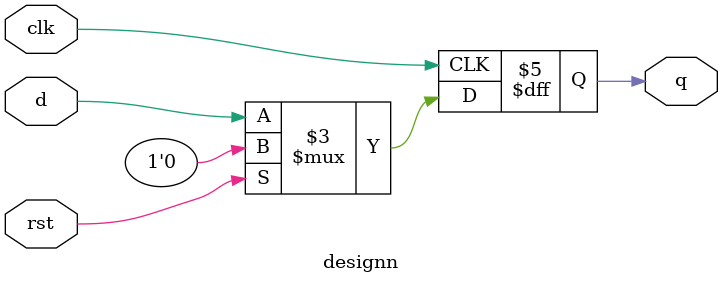
<source format=v>
module designn (
    clk,d,rst,q
);
    input clk,d,rst;
    output reg q;
    /* in case of synchronous 
    circuit reset signal will 
    have effect only when there
     is positive triggered in the
      global clock signal.
      */

    always @(posedge clk) begin
        if (rst) 
            q <=1'd0;
        else
            q<=d;
    end
endmodule
</source>
